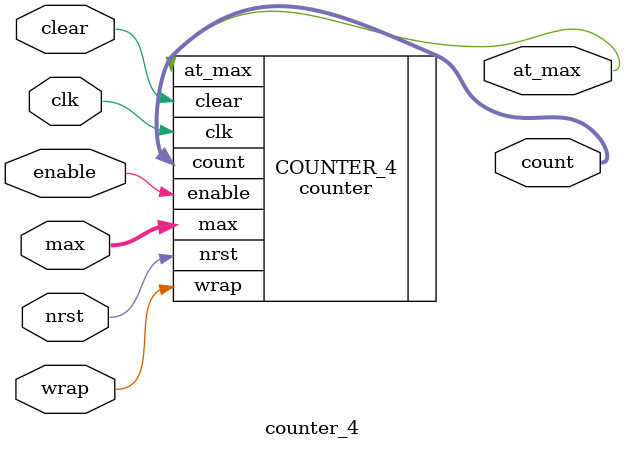
<source format=sv>
/*
module name: counter
description: Counts to a flexible amount. Has strobe at max and controls for wrapping, enable, and clear.
*/

module counter_4
(
    input logic clk,            // Clock
    input logic nrst,           // Asyncronous active low reset
    input logic enable,         // Enable
    input logic clear,          // Synchronous active high clear 
    input logic wrap,           // 0: no wrap at max, 1: wrap to 0 at max
    input logic [3:0] max,      // Max number of count (inclusive)
    output logic [3:0] count,   // Current count
    output logic at_max         // 1 when counter is at max, otherwise 0
);

    // Write your code here!
    
    // EXAMPLE CODE, TODO: REMOVE BEFORE COMITTING

    counter #(.N(4)) COUNTER_4(
        .clk(clk),
        .nrst(nrst),
        .enable(enable),
        .clear(clear),
        .wrap(wrap),
        .max(max), 
        .count(count), 
        .at_max(at_max)
    );
endmodule

</source>
